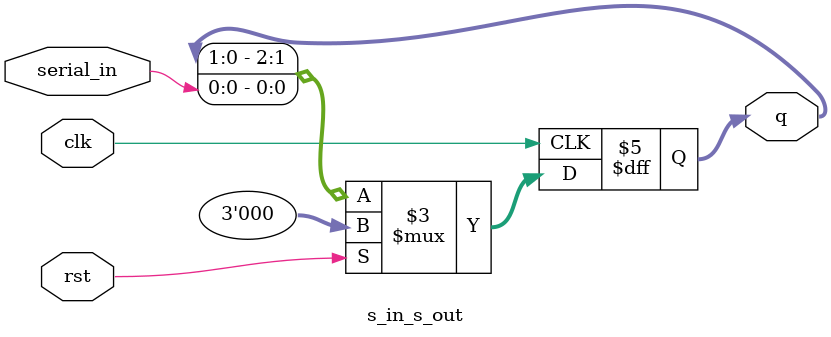
<source format=v>
module s_in_s_out (
    input  wire clk,     // clock input
    input  wire rst,     // synchronous reset
    input  wire serial_in, // serial data input
    output reg  [2:0] q   // 3-bit register output
);

always @(posedge clk) begin
    if (rst)
        q <= 3'b000;          // reset all bits
    else
        q <= {q[1:0], serial_in}; // shift left
end

endmodule

</source>
